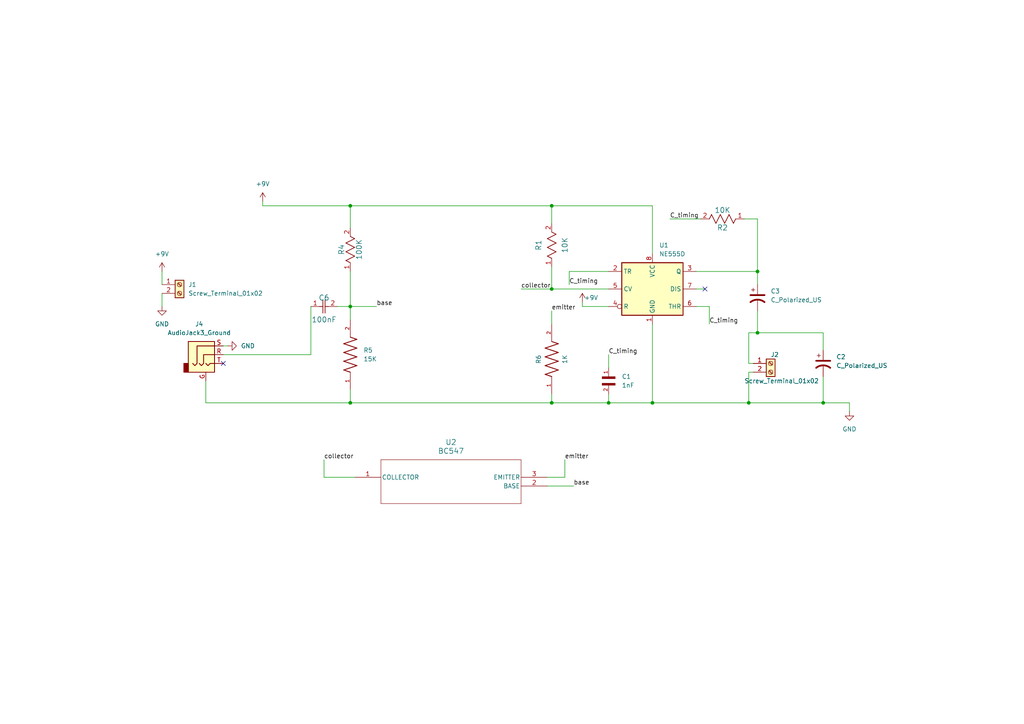
<source format=kicad_sch>
(kicad_sch (version 20230121) (generator eeschema)
  (paper "A4")
  (lib_symbols
    (symbol "2024-01-14_16-16-04:RC0603FR-07100KL" (pin_names (offset 0.254))
      (property "Reference" "R" (at 5.715 3.81 0))
      (property "Value" "RC0603FR-07100KL" (at 6.35 -3.81 0))
      (symbol "RC0603FR-07100KL_1_1"
        (polyline (pts (xy 2.54 0) (xy 3.175 1.27)) (stroke (width 0.2032)))
        (polyline (pts (xy 3.175 1.27) (xy 4.445 -1.27)) (stroke (width 0.2032)))
        (polyline (pts (xy 4.445 -1.27) (xy 5.715 1.27)) (stroke (width 0.2032)))
        (polyline (pts (xy 5.715 1.27) (xy 6.985 -1.27)) (stroke (width 0.2032)))
        (polyline (pts (xy 6.985 -1.27) (xy 8.255 1.27)) (stroke (width 0.2032)))
        (polyline (pts (xy 8.255 1.27) (xy 9.525 -1.27)) (stroke (width 0.2032)))
        (polyline (pts (xy 9.525 -1.27) (xy 10.16 0)) (stroke (width 0.2032)))
        (pin unspecified line (at 0 0 0) (length 2.54) (name "") (number "1"))
        (pin unspecified line (at 12.7 0 180) (length 2.54) (name "") (number "2"))
      )
      (symbol "RC0603FR-07100KL_1_2"
        (polyline (pts (xy -1.27 3.175) (xy 1.27 4.445)) (stroke (width 0.2032)))
        (polyline (pts (xy -1.27 5.715) (xy 1.27 6.985)) (stroke (width 0.2032)))
        (polyline (pts (xy -1.27 8.255) (xy 1.27 9.525)) (stroke (width 0.2032)))
        (polyline (pts (xy 0 2.54) (xy -1.27 3.175)) (stroke (width 0.2032)))
        (polyline (pts (xy 1.27 4.445) (xy -1.27 5.715)) (stroke (width 0.2032)))
        (polyline (pts (xy 1.27 6.985) (xy -1.27 8.255)) (stroke (width 0.2032)))
        (polyline (pts (xy 1.27 9.525) (xy 0 10.16)) (stroke (width 0.2032)))
        (pin unspecified line (at 0 12.7 270) (length 2.54) (name "") (number "1"))
        (pin unspecified line (at 0 0 90) (length 2.54) (name "") (number "2"))
      )
    )
    (symbol "2024-01-24_05-00-15:ESR03EZPF1002" (pin_names (offset 0.254))
      (property "Reference" "R" (at 5.715 3.81 0))
      (property "Value" "ESR03EZPF1002" (at 6.35 -3.81 0))
      (symbol "ESR03EZPF1002_1_1"
        (polyline (pts (xy 2.54 0) (xy 3.175 1.27)) (stroke (width 0.2032)))
        (polyline (pts (xy 3.175 1.27) (xy 4.445 -1.27)) (stroke (width 0.2032)))
        (polyline (pts (xy 4.445 -1.27) (xy 5.715 1.27)) (stroke (width 0.2032)))
        (polyline (pts (xy 5.715 1.27) (xy 6.985 -1.27)) (stroke (width 0.2032)))
        (polyline (pts (xy 6.985 -1.27) (xy 8.255 1.27)) (stroke (width 0.2032)))
        (polyline (pts (xy 8.255 1.27) (xy 9.525 -1.27)) (stroke (width 0.2032)))
        (polyline (pts (xy 9.525 -1.27) (xy 10.16 0)) (stroke (width 0.2032)))
        (pin unspecified line (at 0 0 0) (length 2.54) (name "") (number "1"))
        (pin unspecified line (at 12.7 0 180) (length 2.54) (name "") (number "2"))
      )
      (symbol "ESR03EZPF1002_1_2"
        (polyline (pts (xy -1.27 3.175) (xy 1.27 4.445)) (stroke (width 0.2032)))
        (polyline (pts (xy -1.27 5.715) (xy 1.27 6.985)) (stroke (width 0.2032)))
        (polyline (pts (xy -1.27 8.255) (xy 1.27 9.525)) (stroke (width 0.2032)))
        (polyline (pts (xy 0 2.54) (xy -1.27 3.175)) (stroke (width 0.2032)))
        (polyline (pts (xy 1.27 4.445) (xy -1.27 5.715)) (stroke (width 0.2032)))
        (polyline (pts (xy 1.27 6.985) (xy -1.27 8.255)) (stroke (width 0.2032)))
        (polyline (pts (xy 1.27 9.525) (xy 0 10.16)) (stroke (width 0.2032)))
        (pin unspecified line (at 0 12.7 270) (length 2.54) (name "") (number "1"))
        (pin unspecified line (at 0 0 90) (length 2.54) (name "") (number "2"))
      )
    )
    (symbol "2024-01-25_01-38-03:CL10B104KO8NNNC" (pin_names (offset 0.254))
      (property "Reference" "C" (at 3.81 3.81 0))
      (property "Value" "CL10B104KO8NNNC" (at 3.81 -3.81 0))
      (symbol "CL10B104KO8NNNC_1_1"
        (polyline (pts (xy 2.54 0) (xy 3.4798 0)) (stroke (width 0.2032)))
        (polyline (pts (xy 3.4798 -1.905) (xy 3.4798 1.905)) (stroke (width 0.2032)))
        (polyline (pts (xy 4.1148 -1.905) (xy 4.1148 1.905)) (stroke (width 0.2032)))
        (polyline (pts (xy 4.1148 0) (xy 5.08 0)) (stroke (width 0.2032)))
        (pin unspecified line (at 0 0 0) (length 2.54) (name "") (number "1"))
        (pin unspecified line (at 7.62 0 180) (length 2.54) (name "") (number "2"))
      )
      (symbol "CL10B104KO8NNNC_1_2"
        (polyline (pts (xy -1.905 -4.1148) (xy 1.905 -4.1148)) (stroke (width 0.2032)))
        (polyline (pts (xy -1.905 -3.4798) (xy 1.905 -3.4798)) (stroke (width 0.2032)))
        (polyline (pts (xy 0 -4.1148) (xy 0 -5.08)) (stroke (width 0.2032)))
        (polyline (pts (xy 0 -2.54) (xy 0 -3.4798)) (stroke (width 0.2032)))
        (pin unspecified line (at 0 0 270) (length 2.54) (name "") (number "1"))
        (pin unspecified line (at 0 -7.62 90) (length 2.54) (name "") (number "2"))
      )
    )
    (symbol "2024-01-25_02-23-45:BC547" (pin_names (offset 0.254))
      (property "Reference" "U" (at 27.94 10.16 0))
      (property "Value" "BC547" (at 27.94 7.62 0))
      (symbol "BC547_0_1"
        (polyline (pts (xy 7.62 -7.62) (xy 48.26 -7.62)) (stroke (width 0.127)))
        (polyline (pts (xy 7.62 5.08) (xy 7.62 -7.62)) (stroke (width 0.127)))
        (polyline (pts (xy 48.26 -7.62) (xy 48.26 5.08)) (stroke (width 0.127)))
        (polyline (pts (xy 48.26 5.08) (xy 7.62 5.08)) (stroke (width 0.127)))
        (pin unspecified line (at 0 0 0) (length 7.62) (name "COLLECTOR") (number "1"))
        (pin unspecified line (at 55.88 -2.54 180) (length 7.62) (name "BASE") (number "2"))
        (pin unspecified line (at 55.88 0 180) (length 7.62) (name "EMITTER") (number "3"))
      )
    )
    (symbol "CC0603KRX7R8BB102:CC0603KRX7R8BB102" (pin_names (offset 1.016))
      (property "Reference" "C" (at 0 3.81 0))
      (property "Value" "CC0603KRX7R8BB102" (at 0 -5.08 0))
      (symbol "CC0603KRX7R8BB102_0_0"
        (rectangle (start 0 -1.905) (end 0.635 1.905) (stroke (width 0.1)) (fill (type outline)))
        (rectangle (start 1.905 -1.905) (end 2.54 1.905) (stroke (width 0.1)) (fill (type outline)))
        (pin passive line (at 5.08 0 180) (length 2.54) (name "~") (number "1"))
        (pin passive line (at -2.54 0 0) (length 2.54) (name "~") (number "2"))
      )
    )
    (symbol "CRGP0603F15K:CRGP0603F15K" (pin_names (offset 1.016))
      (property "Reference" "R" (at -7.6244 2.5415 0))
      (property "Value" "CRGP0603F15K" (at -7.63 -5.0866 0))
      (symbol "CRGP0603F15K_0_0"
        (polyline (pts (xy -5.08 0) (xy -4.445 1.905)) (stroke (width 0.254)))
        (polyline (pts (xy -4.445 1.905) (xy -3.175 -1.905)) (stroke (width 0.254)))
        (polyline (pts (xy -3.175 -1.905) (xy -1.905 1.905)) (stroke (width 0.254)))
        (polyline (pts (xy -1.905 1.905) (xy -0.635 -1.905)) (stroke (width 0.254)))
        (polyline (pts (xy -0.635 -1.905) (xy 0.635 1.905)) (stroke (width 0.254)))
        (polyline (pts (xy 0.635 1.905) (xy 1.905 -1.905)) (stroke (width 0.254)))
        (polyline (pts (xy 1.905 -1.905) (xy 3.175 1.905)) (stroke (width 0.254)))
        (polyline (pts (xy 3.175 1.905) (xy 4.445 -1.905)) (stroke (width 0.254)))
        (polyline (pts (xy 4.445 -1.905) (xy 5.08 0)) (stroke (width 0.254)))
        (pin passive line (at -10.16 0 0) (length 5.08) (name "~") (number "1"))
        (pin passive line (at 10.16 0 180) (length 5.08) (name "~") (number "2"))
      )
    )
    (symbol "Connector:Screw_Terminal_01x02" (pin_names (offset 1.016) hide)
      (property "Reference" "J" (at 0 2.54 0))
      (property "Value" "Screw_Terminal_01x02" (at 0 -5.08 0))
      (symbol "Screw_Terminal_01x02_1_1"
        (rectangle (start -1.27 1.27) (end 1.27 -3.81) (stroke (width 0.254)) (fill (type background)))
        (circle (center 0 -2.54) (radius 0.635) (stroke (width 0.1524)))
        (polyline (pts (xy -0.5334 -2.2098) (xy 0.3302 -3.048)) (stroke (width 0.1524)))
        (polyline (pts (xy -0.5334 0.3302) (xy 0.3302 -0.508)) (stroke (width 0.1524)))
        (polyline (pts (xy -0.3556 -2.032) (xy 0.508 -2.8702)) (stroke (width 0.1524)))
        (polyline (pts (xy -0.3556 0.508) (xy 0.508 -0.3302)) (stroke (width 0.1524)))
        (circle (center 0 0) (radius 0.635) (stroke (width 0.1524)))
        (pin passive line (at -5.08 0 0) (length 3.81) (name "Pin_1") (number "1"))
        (pin passive line (at -5.08 -2.54 0) (length 3.81) (name "Pin_2") (number "2"))
      )
    )
    (symbol "Connector_Audio:AudioJack3_Ground"
      (property "Reference" "J" (at 0 8.89 0))
      (property "Value" "AudioJack3_Ground" (at 0 6.35 0))
      (symbol "AudioJack3_Ground_0_1"
        (rectangle (start -5.08 -2.54) (end -6.35 -5.08) (stroke (width 0.254)) (fill (type outline)))
        (polyline (pts (xy 0 -2.54) (xy 0.635 -3.175) (xy 1.27 -2.54) (xy 2.54 -2.54)) (stroke (width 0.254)))
        (polyline (pts (xy -1.905 -2.54) (xy -1.27 -3.175) (xy -0.635 -2.54) (xy -0.635 0) (xy 2.54 0)) (stroke (width 0.254)))
        (polyline (pts (xy 2.54 2.54) (xy -2.54 2.54) (xy -2.54 -2.54) (xy -3.175 -3.175) (xy -3.81 -2.54)) (stroke (width 0.254)))
        (rectangle (start 2.54 3.81) (end -5.08 -5.08) (stroke (width 0.254)) (fill (type background)))
      )
      (symbol "AudioJack3_Ground_1_1"
        (pin passive line (at 0 -7.62 90) (length 2.54) (name "~") (number "G"))
        (pin passive line (at 5.08 0 180) (length 2.54) (name "~") (number "R"))
        (pin passive line (at 5.08 2.54 180) (length 2.54) (name "~") (number "S"))
        (pin passive line (at 5.08 -2.54 180) (length 2.54) (name "~") (number "T"))
      )
    )
    (symbol "Device:C_Polarized_US" (pin_numbers hide) (pin_names (offset 0.254) hide)
      (property "Reference" "C" (at 0.635 2.54 0))
      (property "Value" "C_Polarized_US" (at 0.635 -2.54 0))
      (symbol "C_Polarized_US_0_1"
        (polyline (pts (xy -2.032 0.762) (xy 2.032 0.762)) (stroke (width 0.508)))
        (polyline (pts (xy -1.778 2.286) (xy -0.762 2.286)))
        (polyline (pts (xy -1.27 1.778) (xy -1.27 2.794)))
        (arc (start 2.032 -1.27) (mid 0 -0.5572) (end -2.032 -1.27) (stroke (width 0.508)))
      )
      (symbol "C_Polarized_US_1_1"
        (pin passive line (at 0 3.81 270) (length 2.794) (name "~") (number "1"))
        (pin passive line (at 0 -3.81 90) (length 3.302) (name "~") (number "2"))
      )
    )
    (symbol "ESR03EZPJ102:ESR03EZPJ102" (pin_names (offset 1.016))
      (property "Reference" "R" (at -7.6244 2.5415 0))
      (property "Value" "ESR03EZPJ102" (at -7.63 -5.0866 0))
      (symbol "ESR03EZPJ102_0_0"
        (polyline (pts (xy -5.08 0) (xy -4.445 1.905)) (stroke (width 0.254)))
        (polyline (pts (xy -4.445 1.905) (xy -3.175 -1.905)) (stroke (width 0.254)))
        (polyline (pts (xy -3.175 -1.905) (xy -1.905 1.905)) (stroke (width 0.254)))
        (polyline (pts (xy -1.905 1.905) (xy -0.635 -1.905)) (stroke (width 0.254)))
        (polyline (pts (xy -0.635 -1.905) (xy 0.635 1.905)) (stroke (width 0.254)))
        (polyline (pts (xy 0.635 1.905) (xy 1.905 -1.905)) (stroke (width 0.254)))
        (polyline (pts (xy 1.905 -1.905) (xy 3.175 1.905)) (stroke (width 0.254)))
        (polyline (pts (xy 3.175 1.905) (xy 4.445 -1.905)) (stroke (width 0.254)))
        (polyline (pts (xy 4.445 -1.905) (xy 5.08 0)) (stroke (width 0.254)))
        (pin passive line (at -10.16 0 0) (length 5.08) (name "~") (number "1"))
        (pin passive line (at 10.16 0 180) (length 5.08) (name "~") (number "2"))
      )
    )
    (symbol "Timer:NE555D"
      (property "Reference" "U" (at -10.16 8.89 0))
      (property "Value" "NE555D" (at 2.54 8.89 0))
      (symbol "NE555D_0_0"
        (pin power_in line (at 0 -10.16 90) (length 2.54) (name "GND") (number "1"))
        (pin power_in line (at 0 10.16 270) (length 2.54) (name "VCC") (number "8"))
      )
      (symbol "NE555D_0_1"
        (rectangle (start -8.89 -7.62) (end 8.89 7.62) (stroke (width 0.254)) (fill (type background)))
        (rectangle (start -8.89 -7.62) (end 8.89 7.62) (stroke (width 0.254)) (fill (type background)))
      )
      (symbol "NE555D_1_1"
        (pin input line (at -12.7 5.08 0) (length 3.81) (name "TR") (number "2"))
        (pin output line (at 12.7 5.08 180) (length 3.81) (name "Q") (number "3"))
        (pin input inverted (at -12.7 -5.08 0) (length 3.81) (name "R") (number "4"))
        (pin input line (at -12.7 0 0) (length 3.81) (name "CV") (number "5"))
        (pin input line (at 12.7 -5.08 180) (length 3.81) (name "THR") (number "6"))
        (pin input line (at 12.7 0 180) (length 3.81) (name "DIS") (number "7"))
      )
    )
    (symbol "power:+9V" (power) (pin_names (offset 0))
      (property "Value" "+9V" (at 0 3.556 0))
      (symbol "+9V_0_1"
        (polyline (pts (xy -0.762 1.27) (xy 0 2.54)))
        (polyline (pts (xy 0 0) (xy 0 2.54)))
        (polyline (pts (xy 0 2.54) (xy 0.762 1.27)))
      )
      (symbol "+9V_1_1"
        (pin power_in line (at 0 0 90) (length 0) hide (name "+9V") (number "1"))
      )
    )
    (symbol "power:GND" (power) (pin_names (offset 0))
      (property "Value" "GND" (at 0 -3.81 0))
      (symbol "GND_0_1"
        (polyline (pts (xy 0 0) (xy 0 -1.27) (xy 1.27 -1.27) (xy 0 -2.54) (xy -1.27 -1.27) (xy 0 -1.27)))
      )
      (symbol "GND_1_1"
        (pin power_in line (at 0 0 270) (length 0) hide (name "GND") (number "1"))
      )
    )
  )
  (junction (at 219.71 78.74))
  (junction (at 189.23 116.84))
  (junction (at 217.17 116.84))
  (junction (at 101.6 116.84))
  (junction (at 101.6 59.69))
  (junction (at 101.6 88.9))
  (junction (at 219.71 96.52))
  (junction (at 176.53 116.84))
  (junction (at 160.02 116.84))
  (junction (at 160.02 59.69))
  (junction (at 238.76 116.84))
  (junction (at 160.02 83.82))
  (no_connect (at 64.77 105.41))
  (no_connect (at 204.47 83.82))
  (wire (pts (xy 238.76 116.84) (xy 217.17 116.84)))
  (wire (pts (xy 101.6 88.9) (xy 109.22 88.9)))
  (wire (pts (xy 219.71 90.17) (xy 219.71 96.52)))
  (wire (pts (xy 101.6 88.9) (xy 101.6 92.71)))
  (wire (pts (xy 59.69 110.49) (xy 59.69 116.84)))
  (wire (pts (xy 201.93 83.82) (xy 204.47 83.82)))
  (wire (pts (xy 194.31 63.5) (xy 203.2 63.5)))
  (wire (pts (xy 101.6 78.74) (xy 101.6 88.9)))
  (wire (pts (xy 189.23 73.66) (xy 189.23 59.69)))
  (wire (pts (xy 176.53 116.84) (xy 189.23 116.84)))
  (wire (pts (xy 97.79 88.9) (xy 101.6 88.9)))
  (wire (pts (xy 168.91 87.63) (xy 168.91 88.9)))
  (wire (pts (xy 101.6 113.03) (xy 101.6 116.84)))
  (wire (pts (xy 101.6 59.69) (xy 160.02 59.69)))
  (wire (pts (xy 238.76 116.84) (xy 246.38 116.84)))
  (wire (pts (xy 102.87 138.43) (xy 93.98 138.43)))
  (wire (pts (xy 189.23 116.84) (xy 217.17 116.84)))
  (wire (pts (xy 46.99 85.09) (xy 46.99 88.9)))
  (wire (pts (xy 59.69 116.84) (xy 101.6 116.84)))
  (wire (pts (xy 160.02 90.17) (xy 160.02 93.98)))
  (wire (pts (xy 189.23 93.98) (xy 189.23 116.84)))
  (wire (pts (xy 189.23 59.69) (xy 160.02 59.69)))
  (wire (pts (xy 176.53 88.9) (xy 168.91 88.9)))
  (wire (pts (xy 217.17 105.41) (xy 217.17 96.52)))
  (wire (pts (xy 160.02 116.84) (xy 160.02 114.3)))
  (wire (pts (xy 46.99 78.74) (xy 46.99 82.55)))
  (wire (pts (xy 163.83 133.35) (xy 163.83 138.43)))
  (wire (pts (xy 76.2 59.69) (xy 101.6 59.69)))
  (wire (pts (xy 93.98 133.35) (xy 93.98 138.43)))
  (wire (pts (xy 217.17 105.41) (xy 218.44 105.41)))
  (wire (pts (xy 217.17 107.95) (xy 217.17 116.84)))
  (wire (pts (xy 205.74 88.9) (xy 205.74 93.98)))
  (wire (pts (xy 238.76 96.52) (xy 238.76 101.6)))
  (wire (pts (xy 160.02 59.69) (xy 160.02 64.77)))
  (wire (pts (xy 101.6 59.69) (xy 101.6 66.04)))
  (wire (pts (xy 160.02 83.82) (xy 176.53 83.82)))
  (wire (pts (xy 219.71 78.74) (xy 219.71 82.55)))
  (wire (pts (xy 201.93 78.74) (xy 219.71 78.74)))
  (wire (pts (xy 246.38 116.84) (xy 246.38 119.38)))
  (wire (pts (xy 176.53 114.3) (xy 176.53 116.84)))
  (wire (pts (xy 176.53 102.87) (xy 176.53 106.68)))
  (wire (pts (xy 158.75 140.97) (xy 166.37 140.97)))
  (wire (pts (xy 160.02 116.84) (xy 176.53 116.84)))
  (wire (pts (xy 201.93 88.9) (xy 205.74 88.9)))
  (wire (pts (xy 219.71 63.5) (xy 219.71 78.74)))
  (wire (pts (xy 176.53 78.74) (xy 165.1 78.74)))
  (wire (pts (xy 151.13 83.82) (xy 160.02 83.82)))
  (wire (pts (xy 160.02 77.47) (xy 160.02 83.82)))
  (wire (pts (xy 217.17 107.95) (xy 218.44 107.95)))
  (wire (pts (xy 217.17 96.52) (xy 219.71 96.52)))
  (wire (pts (xy 165.1 82.55) (xy 165.1 78.74)))
  (wire (pts (xy 219.71 96.52) (xy 238.76 96.52)))
  (wire (pts (xy 64.77 102.87) (xy 90.17 102.87)))
  (wire (pts (xy 158.75 138.43) (xy 163.83 138.43)))
  (wire (pts (xy 215.9 63.5) (xy 219.71 63.5)))
  (wire (pts (xy 90.17 102.87) (xy 90.17 88.9)))
  (wire (pts (xy 101.6 116.84) (xy 160.02 116.84)))
  (wire (pts (xy 238.76 109.22) (xy 238.76 116.84)))
  (wire (pts (xy 76.2 58.42) (xy 76.2 59.69)))
  (wire (pts (xy 64.77 100.33) (xy 66.04 100.33)))
  (label "collector" (at 93.98 133.35 0))
  (label "C_timing" (at 194.31 63.5 0))
  (label "emitter" (at 160.02 90.17 0))
  (label "collector" (at 151.13 83.82 0))
  (label "base" (at 109.22 88.9 0))
  (label "emitter" (at 163.83 133.35 0))
  (label "C_timing" (at 176.53 102.87 0))
  (label "base" (at 166.37 140.97 0))
  (label "C_timing" (at 205.74 93.98 0))
  (label "C_timing" (at 165.1 82.55 0))
  (symbol (lib_id "power:+9V") (at 76.2 58.42 0) (unit 1)
    (property "Reference" "#PWR04" (effects hide))
    (property "Value" "+9V" (at 76.2 53.34 0))
  )
  (symbol (lib_id "Connector:Screw_Terminal_01x02") (at 223.52 105.41 0) (unit 1)
    (property "Reference" "J2" (at 223.52 102.87 0) (effects (justify left)))
    (property "Value" "Screw_Terminal_01x02" (at 215.9 110.49 0) (effects (justify left)))
    (property "Footprint" "Library:691137710002" (effects hide))
  )
  (symbol (lib_id "2024-01-14_16-16-04:RC0603FR-07100KL") (at 101.6 78.74 90) (unit 1)
    (property "Reference" "R4" (at 99.06 72.39 0) (effects (font (size 1.524 1.524))))
    (property "Value" "100K" (at 104.14 72.39 0) (effects (font (size 1.524 1.524))))
    (property "Footprint" "Resistor_SMD:R_0805_2012Metric" (effects hide))
    (property "Datasheet" "RC0603FR-07100KL" (effects hide))
    (property "MPN" "RC0603FR-07100KL" (effects hide))
    (property "PN" "311-100KHRCT-ND" (effects hide))
  )
  (symbol (lib_id "ESR03EZPJ102:ESR03EZPJ102") (at 160.02 104.14 90) (unit 1)
    (property "Reference" "R6" (at 156.21 102.87 0) (effects (justify right)))
    (property "Value" "1K" (at 163.83 102.87 0) (effects (justify right)))
    (property "Footprint" "Resistor_SMD:R_0805_2012Metric" (effects hide))
    (property "MPN" "ESR03EZPJ102" (effects hide))
    (property "PN" "511-ESR03EZPJ102CT-ND" (effects hide))
  )
  (symbol (lib_id "power:GND") (at 46.99 88.9 0) (unit 1)
    (property "Reference" "#PWR01" (effects hide))
    (property "Value" "GND" (at 46.99 93.98 0))
  )
  (symbol (lib_id "2024-01-24_05-00-15:ESR03EZPF1002") (at 215.9 63.5 180) (unit 1)
    (property "Reference" "R2" (at 209.55 66.04 0) (effects (font (size 1.524 1.524))))
    (property "Value" "10K" (at 209.55 60.96 0) (effects (font (size 1.524 1.524))))
    (property "Footprint" "Resistor_SMD:R_0805_2012Metric" (effects hide))
    (property "Datasheet" "ESR03EZPF1002" (effects hide))
    (property "MPN" "ESR03EZPF1002" (effects hide))
    (property "PN" "RHM10KADCT-ND" (effects hide))
  )
  (symbol (lib_id "Connector:Screw_Terminal_01x02") (at 52.07 82.55 0) (unit 1)
    (property "Reference" "J1" (at 54.61 82.55 0) (effects (justify left)))
    (property "Value" "Screw_Terminal_01x02" (at 54.61 85.09 0) (effects (justify left)))
    (property "Footprint" "Library:691137710002" (effects hide))
  )
  (symbol (lib_id "Connector_Audio:AudioJack3_Ground") (at 59.69 102.87 0) (unit 1)
    (property "Reference" "J4" (at 57.785 93.98 0))
    (property "Value" "AudioJack3_Ground" (at 57.785 96.52 0))
    (property "Footprint" "Connector_Audio:Jack_3.5mm_CUI_SJ1-3524N_Horizontal" (effects hide))
    (property "MPN" "SJ-3523-SMT-TR" (effects hide))
    (property "PN" "CP-3523SJCT-ND" (effects hide))
  )
  (symbol (lib_id "Timer:NE555D") (at 189.23 83.82 0) (unit 1)
    (property "Reference" "U1" (at 191.1859 71.12 0) (effects (justify left)))
    (property "Value" "NE555D" (at 191.1859 73.66 0) (effects (justify left)))
    (property "Footprint" "Package_DIP:DIP-8_W7.62mm" (effects hide))
    (property "Datasheet" "http://www.ti.com/lit/ds/symlink/ne555.pdf" (effects hide))
  )
  (symbol (lib_id "power:+9V") (at 168.91 87.63 0) (unit 1)
    (property "Reference" "#PWR05" (effects hide))
    (property "Value" "+9V" (at 171.45 86.36 0))
  )
  (symbol (lib_id "CRGP0603F15K:CRGP0603F15K") (at 101.6 102.87 90) (unit 1)
    (property "Reference" "R5" (at 105.41 101.6 90) (effects (justify right)))
    (property "Value" "15K" (at 105.41 104.14 90) (effects (justify right)))
    (property "Footprint" "Resistor_SMD:R_0805_2012Metric" (effects hide))
    (property "MPN" "CRGP0603F15K" (effects hide))
    (property "PN" "A130430CT-ND" (effects hide))
  )
  (symbol (lib_id "2024-01-25_02-23-45:BC547") (at 102.87 138.43 0) (unit 1)
    (property "Reference" "U2" (at 130.81 128.27 0) (effects (font (size 1.524 1.524))))
    (property "Value" "BC547" (at 130.81 130.81 0) (effects (font (size 1.524 1.524))))
    (property "Footprint" "Library:BC547" (effects hide))
    (property "Datasheet" "BC547" (effects hide))
    (property "PN" "BC547" (effects hide))
  )
  (symbol (lib_id "power:+9V") (at 46.99 78.74 0) (unit 1)
    (property "Reference" "#PWR02" (effects hide))
    (property "Value" "+9V" (at 46.99 73.66 0))
  )
  (symbol (lib_id "2024-01-25_01-38-03:CL10B104KO8NNNC") (at 90.17 88.9 0) (unit 1)
    (property "Reference" "C6" (at 93.98 86.36 0) (effects (font (size 1.524 1.524))))
    (property "Value" "100nF" (at 93.98 92.71 0) (effects (font (size 1.524 1.524))))
    (property "Footprint" "Capacitor_SMD:C_0805_2012Metric" (effects hide))
    (property "Datasheet" "CL10B104KO8NNNC" (effects hide))
    (property "MPN" "CL10B104KO8NNNC" (effects hide))
    (property "PN" "1276-1005-1-ND" (effects hide))
  )
  (symbol (lib_id "Device:C_Polarized_US") (at 219.71 86.36 0) (unit 1)
    (property "Reference" "C3" (at 223.52 84.455 0) (effects (justify left)))
    (property "Value" "C_Polarized_US" (at 223.52 86.995 0) (effects (justify left)))
    (property "Footprint" "Capacitor_THT:CP_Radial_D4.0mm_P2.00mm" (effects hide))
  )
  (symbol (lib_id "2024-01-24_05-00-15:ESR03EZPF1002") (at 160.02 77.47 90) (unit 1)
    (property "Reference" "R1" (at 156.21 71.12 0) (effects (font (size 1.524 1.524))))
    (property "Value" "10K" (at 163.83 71.12 0) (effects (font (size 1.524 1.524))))
    (property "Footprint" "Resistor_SMD:R_0805_2012Metric" (effects hide))
    (property "Datasheet" "ESR03EZPF1002" (effects hide))
  )
  (symbol (lib_id "power:GND") (at 66.04 100.33 90) (unit 1)
    (property "Reference" "#PWR06" (effects hide))
    (property "Value" "GND" (at 69.85 100.33 90) (effects (justify right)))
  )
  (symbol (lib_id "CC0603KRX7R8BB102:CC0603KRX7R8BB102") (at 176.53 111.76 90) (unit 1)
    (property "Reference" "C1" (at 180.34 109.22 90) (effects (justify right)))
    (property "Value" "1nF" (at 180.34 111.76 90) (effects (justify right)))
    (property "Footprint" "Capacitor_SMD:C_0805_2012Metric" (effects hide))
    (property "MPN" "CC0603KRX7R8BB102" (effects hide))
    (property "PN" "311-3589-1-ND" (effects hide))
  )
  (symbol (lib_id "Device:C_Polarized_US") (at 238.76 105.41 0) (unit 1)
    (property "Reference" "C2" (at 242.57 103.505 0) (effects (justify left)))
    (property "Value" "C_Polarized_US" (at 242.57 106.045 0) (effects (justify left)))
    (property "Footprint" "Capacitor_THT:CP_Radial_D4.0mm_P2.00mm" (effects hide))
  )
  (symbol (lib_id "power:GND") (at 246.38 119.38 0) (unit 1)
    (property "Reference" "#PWR03" (effects hide))
    (property "Value" "GND" (at 246.38 124.46 0))
  )
)
</source>
